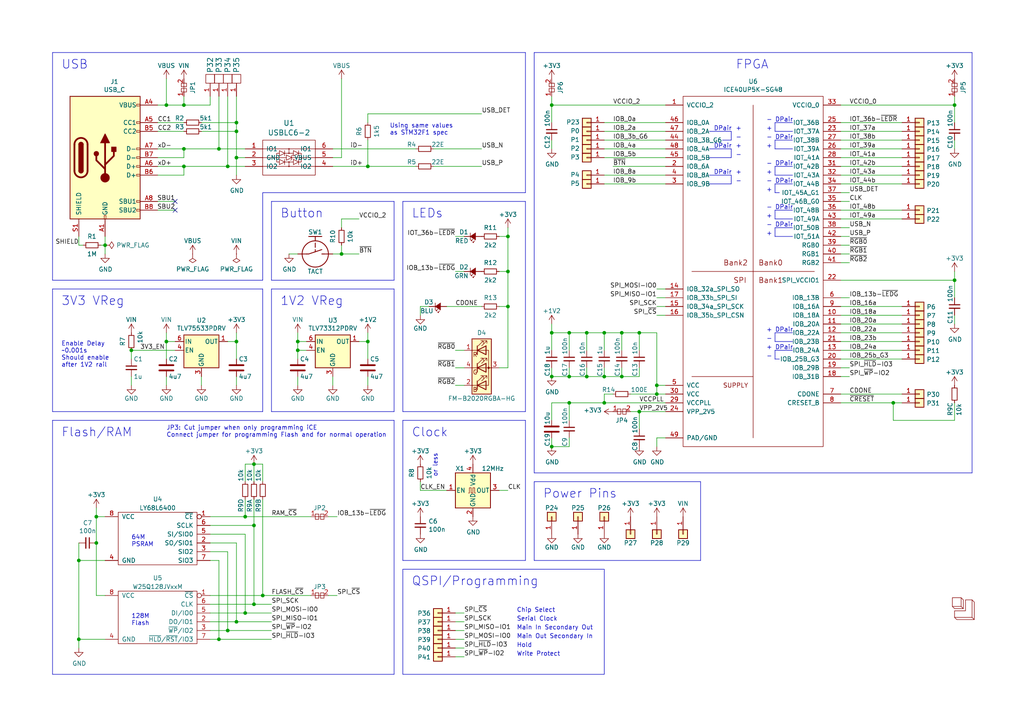
<source format=kicad_sch>
(kicad_sch (version 20230121) (generator eeschema)
  (paper "A4")
  (title_block (title "iCEBreaker Bitsy") (date "2020-08-05") (rev "v1.1a") (company "1BitSquared") (comment 1 "© 2018-2020 1BitSquared <info@1bitsquared.com>") (comment 2 "© 2018-2020 Piotr Esden-Tempski <piotr@esden.net>") (comment 3 "© 2020 Jordi Pakey-Rodriguez <jordi@0xdec.im>") (comment 4 "License: CC BY-SA 4.0"))
  (junction (at 147.32 68.58))
  (junction (at 190.5 114.3))
  (junction (at 22.86 162.56))
  (junction (at 170.18 109.22))
  (junction (at 68.58 38.1))
  (junction (at 68.58 99.06))
  (junction (at 48.26 30.48))
  (junction (at 165.1 96.52))
  (junction (at 53.34 48.26))
  (junction (at 106.68 48.26))
  (junction (at 68.58 35.56))
  (junction (at 63.5 185.42))
  (junction (at 190.5 111.76))
  (junction (at 180.34 109.22))
  (junction (at 68.58 45.72))
  (junction (at 73.66 175.26))
  (junction (at 106.68 99.06))
  (junction (at 147.32 88.9))
  (junction (at 27.94 149.86))
  (junction (at 165.1 116.84))
  (junction (at 66.04 182.88))
  (junction (at 22.86 185.42))
  (junction (at 71.12 177.8))
  (junction (at 86.36 101.6))
  (junction (at 73.66 134.62))
  (junction (at 147.32 78.74))
  (junction (at 27.94 157.48))
  (junction (at 175.26 116.84))
  (junction (at 276.86 81.28))
  (junction (at 160.02 109.22))
  (junction (at 175.26 96.52))
  (junction (at 48.26 99.06))
  (junction (at 165.1 109.22))
  (junction (at 86.36 99.06))
  (junction (at 99.06 73.66))
  (junction (at 185.42 96.52))
  (junction (at 259.08 116.84))
  (junction (at 53.34 43.18))
  (junction (at 73.66 152.4))
  (junction (at 180.34 96.52))
  (junction (at 71.12 149.86))
  (junction (at 276.86 30.48))
  (junction (at 66.04 48.26))
  (junction (at 185.42 119.38))
  (junction (at 30.48 71.12))
  (junction (at 160.02 129.54))
  (junction (at 38.1 101.6))
  (junction (at 53.34 30.48))
  (junction (at 160.02 30.48))
  (junction (at 170.18 96.52))
  (junction (at 160.02 96.52))
  (junction (at 63.5 43.18))
  (junction (at 76.2 172.72))
  (junction (at 175.26 109.22))
  (junction (at 68.58 180.34))
  (no_connect (at 50.8 60.96))
  (no_connect (at 50.8 58.42))
  (polyline (pts (xy 224.79 38.1) (xy 229.87 38.1)))
  (wire (pts (xy 66.04 27.94) (xy 66.04 48.26)))
  (wire (pts (xy 175.26 96.52) (xy 170.18 96.52)))
  (polyline (pts (xy 154.94 139.7) (xy 203.2 139.7)))
  (wire (pts (xy 86.36 101.6) (xy 86.36 99.06)))
  (polyline (pts (xy 15.24 83.82) (xy 76.2 83.82)))
  (wire (pts (xy 160.02 27.94) (xy 160.02 30.48)))
  (polyline (pts (xy 203.2 162.56) (xy 154.94 162.56)))
  (wire (pts (xy 60.96 180.34) (xy 68.58 180.34)))
  (polyline (pts (xy 224.79 53.34) (xy 224.79 55.88)))
  (wire (pts (xy 48.26 99.06) (xy 48.26 96.52)))
  (wire (pts (xy 86.36 99.06) (xy 88.9 99.06)))
  (polyline (pts (xy 114.3 58.42) (xy 78.74 58.42)))
  (wire (pts (xy 160.02 127) (xy 160.02 129.54)))
  (polyline (pts (xy 229.87 40.64) (xy 224.79 40.64)))
  (wire (pts (xy 106.68 99.06) (xy 106.68 96.52)))
  (wire (pts (xy 276.86 30.48) (xy 276.86 35.56)))
  (wire (pts (xy 170.18 96.52) (xy 165.1 96.52)))
  (wire (pts (xy 243.84 53.34) (xy 261.62 53.34)))
  (polyline (pts (xy 229.87 101.6) (xy 224.79 101.6)))
  (wire (pts (xy 125.73 43.18) (xy 139.7 43.18)))
  (wire (pts (xy 60.96 154.94) (xy 71.12 154.94)))
  (wire (pts (xy 106.68 99.06) (xy 106.68 104.14)))
  (wire (pts (xy 134.62 185.42) (xy 132.08 185.42)))
  (wire (pts (xy 106.68 111.76) (xy 106.68 109.22)))
  (wire (pts (xy 60.96 175.26) (xy 73.66 175.26)))
  (wire (pts (xy 45.72 45.72) (xy 53.34 45.72)))
  (wire (pts (xy 180.34 106.68) (xy 180.34 109.22)))
  (wire (pts (xy 68.58 27.94) (xy 68.58 35.56)))
  (wire (pts (xy 95.25 172.72) (xy 97.79 172.72)))
  (wire (pts (xy 63.5 43.18) (xy 71.12 43.18)))
  (wire (pts (xy 185.42 96.52) (xy 180.34 96.52)))
  (polyline (pts (xy 114.3 121.92) (xy 114.3 195.58)))
  (polyline (pts (xy 224.79 96.52) (xy 224.79 99.06)))
  (polyline (pts (xy 152.4 121.92) (xy 152.4 162.56)))
  (wire (pts (xy 193.04 111.76) (xy 190.5 111.76)))
  (wire (pts (xy 96.52 43.18) (xy 120.65 43.18)))
  (wire (pts (xy 27.94 149.86) (xy 27.94 157.48)))
  (wire (pts (xy 170.18 96.52) (xy 170.18 101.6)))
  (wire (pts (xy 60.96 27.94) (xy 60.96 30.48)))
  (wire (pts (xy 243.84 109.22) (xy 246.38 109.22)))
  (wire (pts (xy 193.04 88.9) (xy 190.5 88.9)))
  (wire (pts (xy 190.5 114.3) (xy 182.88 114.3)))
  (wire (pts (xy 276.86 93.98) (xy 276.86 91.44)))
  (wire (pts (xy 68.58 45.72) (xy 68.58 50.8)))
  (wire (pts (xy 243.84 38.1) (xy 261.62 38.1)))
  (wire (pts (xy 243.84 71.12) (xy 246.38 71.12)))
  (wire (pts (xy 180.34 96.52) (xy 175.26 96.52)))
  (wire (pts (xy 243.84 68.58) (xy 246.38 68.58)))
  (wire (pts (xy 68.58 180.34) (xy 78.74 180.34)))
  (wire (pts (xy 68.58 111.76) (xy 68.58 109.22)))
  (wire (pts (xy 48.26 99.06) (xy 50.8 99.06)))
  (polyline (pts (xy 224.79 63.5) (xy 229.87 63.5)))
  (wire (pts (xy 259.08 116.84) (xy 261.62 116.84)))
  (wire (pts (xy 193.04 43.18) (xy 175.26 43.18)))
  (wire (pts (xy 259.08 116.84) (xy 259.08 121.92)))
  (wire (pts (xy 180.34 96.52) (xy 180.34 101.6)))
  (polyline (pts (xy 212.09 50.8) (xy 212.09 53.34)))
  (wire (pts (xy 276.86 43.18) (xy 276.86 40.64)))
  (polyline (pts (xy 224.79 50.8) (xy 229.87 50.8)))
  (wire (pts (xy 48.26 109.22) (xy 48.26 111.76)))
  (wire (pts (xy 60.96 149.86) (xy 71.12 149.86)))
  (polyline (pts (xy 152.4 15.24) (xy 152.4 55.88)))
  (polyline (pts (xy 229.87 60.96) (xy 224.79 60.96)))
  (wire (pts (xy 243.84 116.84) (xy 259.08 116.84)))
  (wire (pts (xy 71.12 149.86) (xy 90.17 149.86)))
  (wire (pts (xy 73.66 175.26) (xy 78.74 175.26)))
  (wire (pts (xy 170.18 109.22) (xy 170.18 106.68)))
  (wire (pts (xy 95.25 149.86) (xy 97.79 149.86)))
  (wire (pts (xy 38.1 101.6) (xy 38.1 104.14)))
  (wire (pts (xy 66.04 182.88) (xy 78.74 182.88)))
  (wire (pts (xy 22.86 68.58) (xy 22.86 71.12)))
  (wire (pts (xy 53.34 45.72) (xy 53.34 43.18)))
  (wire (pts (xy 243.84 58.42) (xy 246.38 58.42)))
  (wire (pts (xy 27.94 149.86) (xy 27.94 147.32)))
  (wire (pts (xy 48.26 104.14) (xy 48.26 99.06)))
  (wire (pts (xy 60.96 30.48) (xy 53.34 30.48)))
  (polyline (pts (xy 154.94 162.56) (xy 154.94 139.7)))
  (wire (pts (xy 38.1 111.76) (xy 38.1 109.22)))
  (wire (pts (xy 243.84 81.28) (xy 276.86 81.28)))
  (wire (pts (xy 125.73 48.26) (xy 139.7 48.26)))
  (wire (pts (xy 185.42 124.46) (xy 185.42 119.38)))
  (wire (pts (xy 45.72 50.8) (xy 53.34 50.8)))
  (polyline (pts (xy 224.79 40.64) (xy 224.79 43.18)))
  (wire (pts (xy 27.94 157.48) (xy 27.94 172.72)))
  (wire (pts (xy 66.04 160.02) (xy 66.04 182.88)))
  (wire (pts (xy 73.66 134.62) (xy 76.2 134.62)))
  (wire (pts (xy 86.36 73.66) (xy 83.82 73.66)))
  (wire (pts (xy 243.84 96.52) (xy 261.62 96.52)))
  (wire (pts (xy 48.26 30.48) (xy 53.34 30.48)))
  (polyline (pts (xy 76.2 119.38) (xy 15.24 119.38)))
  (wire (pts (xy 259.08 121.92) (xy 276.86 121.92)))
  (polyline (pts (xy 205.74 38.1) (xy 212.09 38.1)))
  (wire (pts (xy 45.72 58.42) (xy 50.8 58.42)))
  (wire (pts (xy 160.02 129.54) (xy 165.1 129.54)))
  (polyline (pts (xy 224.79 48.26) (xy 224.79 50.8)))
  (polyline (pts (xy 229.87 96.52) (xy 224.79 96.52)))
  (wire (pts (xy 147.32 106.68) (xy 147.32 88.9)))
  (wire (pts (xy 165.1 109.22) (xy 170.18 109.22)))
  (wire (pts (xy 160.02 116.84) (xy 165.1 116.84)))
  (wire (pts (xy 243.84 86.36) (xy 246.38 86.36)))
  (wire (pts (xy 104.14 63.5) (xy 99.06 63.5)))
  (wire (pts (xy 175.26 116.84) (xy 165.1 116.84)))
  (wire (pts (xy 144.78 106.68) (xy 147.32 106.68)))
  (wire (pts (xy 45.72 43.18) (xy 53.34 43.18)))
  (polyline (pts (xy 114.3 119.38) (xy 78.74 119.38)))
  (wire (pts (xy 160.02 109.22) (xy 165.1 109.22)))
  (wire (pts (xy 106.68 48.26) (xy 106.68 40.64)))
  (polyline (pts (xy 15.24 121.92) (xy 114.3 121.92)))
  (wire (pts (xy 276.86 27.94) (xy 276.86 30.48)))
  (wire (pts (xy 193.04 91.44) (xy 190.5 91.44)))
  (polyline (pts (xy 212.09 43.18) (xy 212.09 45.72)))
  (wire (pts (xy 165.1 96.52) (xy 165.1 101.6)))
  (wire (pts (xy 71.12 45.72) (xy 68.58 45.72)))
  (wire (pts (xy 160.02 30.48) (xy 193.04 30.48)))
  (wire (pts (xy 185.42 96.52) (xy 185.42 101.6)))
  (wire (pts (xy 88.9 101.6) (xy 86.36 101.6)))
  (wire (pts (xy 243.84 48.26) (xy 261.62 48.26)))
  (polyline (pts (xy 175.26 195.58) (xy 175.26 165.1)))
  (wire (pts (xy 243.84 99.06) (xy 261.62 99.06)))
  (wire (pts (xy 193.04 53.34) (xy 175.26 53.34)))
  (wire (pts (xy 99.06 73.66) (xy 104.14 73.66)))
  (wire (pts (xy 30.48 149.86) (xy 27.94 149.86)))
  (wire (pts (xy 73.66 134.62) (xy 71.12 134.62)))
  (wire (pts (xy 243.84 40.64) (xy 261.62 40.64)))
  (wire (pts (xy 193.04 35.56) (xy 175.26 35.56)))
  (polyline (pts (xy 229.87 53.34) (xy 224.79 53.34)))
  (wire (pts (xy 66.04 99.06) (xy 68.58 99.06)))
  (wire (pts (xy 129.54 88.9) (xy 139.7 88.9)))
  (wire (pts (xy 132.08 111.76) (xy 134.62 111.76)))
  (wire (pts (xy 71.12 154.94) (xy 71.12 177.8)))
  (polyline (pts (xy -217.17 205.74) (xy -217.17 152.4)))
  (wire (pts (xy 134.62 68.58) (xy 132.08 68.58)))
  (polyline (pts (xy 212.09 45.72) (xy 205.74 45.72)))
  (wire (pts (xy 193.04 86.36) (xy 190.5 86.36)))
  (polyline (pts (xy 15.24 81.28) (xy 15.24 15.24)))
  (polyline (pts (xy 15.24 15.24) (xy 152.4 15.24)))
  (polyline (pts (xy 152.4 162.56) (xy 116.84 162.56)))
  (wire (pts (xy 73.66 139.7) (xy 73.66 134.62)))
  (wire (pts (xy 160.02 43.18) (xy 160.02 40.64)))
  (wire (pts (xy 144.78 68.58) (xy 147.32 68.58)))
  (wire (pts (xy 66.04 48.26) (xy 71.12 48.26)))
  (polyline (pts (xy 114.3 83.82) (xy 114.3 119.38)))
  (wire (pts (xy 30.48 162.56) (xy 22.86 162.56)))
  (wire (pts (xy 71.12 134.62) (xy 71.12 139.7)))
  (wire (pts (xy 185.42 119.38) (xy 193.04 119.38)))
  (wire (pts (xy 243.84 63.5) (xy 261.62 63.5)))
  (polyline (pts (xy 152.4 58.42) (xy 152.4 119.38)))
  (wire (pts (xy 60.96 162.56) (xy 63.5 162.56)))
  (wire (pts (xy 106.68 48.26) (xy 120.65 48.26)))
  (wire (pts (xy 29.21 71.12) (xy 30.48 71.12)))
  (wire (pts (xy 147.32 88.9) (xy 147.32 78.74)))
  (wire (pts (xy 68.58 157.48) (xy 68.58 180.34)))
  (wire (pts (xy 53.34 50.8) (xy 53.34 48.26)))
  (wire (pts (xy 132.08 180.34) (xy 134.62 180.34)))
  (wire (pts (xy 68.58 99.06) (xy 68.58 104.14)))
  (wire (pts (xy 144.78 142.24) (xy 147.32 142.24)))
  (polyline (pts (xy 154.94 15.24) (xy 281.94 15.24)))
  (wire (pts (xy 73.66 152.4) (xy 73.66 144.78)))
  (polyline (pts (xy 224.79 68.58) (xy 229.87 68.58)))
  (wire (pts (xy 276.86 121.92) (xy 276.86 116.84)))
  (polyline (pts (xy 78.74 83.82) (xy 114.3 83.82)))
  (wire (pts (xy 160.02 96.52) (xy 160.02 101.6)))
  (wire (pts (xy 76.2 172.72) (xy 90.17 172.72)))
  (polyline (pts (xy 76.2 55.88) (xy 76.2 81.28)))
  (wire (pts (xy 177.8 114.3) (xy 175.26 114.3)))
  (wire (pts (xy 45.72 60.96) (xy 50.8 60.96)))
  (polyline (pts (xy 114.3 81.28) (xy 78.74 81.28)))
  (polyline (pts (xy 224.79 35.56) (xy 224.79 38.1)))
  (wire (pts (xy 96.52 48.26) (xy 106.68 48.26)))
  (wire (pts (xy 86.36 109.22) (xy 86.36 111.76)))
  (polyline (pts (xy 175.26 195.58) (xy 116.84 195.58)))
  (wire (pts (xy 243.84 60.96) (xy 261.62 60.96)))
  (polyline (pts (xy 152.4 119.38) (xy 116.84 119.38)))
  (wire (pts (xy 243.84 76.2) (xy 246.38 76.2)))
  (wire (pts (xy 45.72 35.56) (xy 53.34 35.56)))
  (wire (pts (xy 121.92 142.24) (xy 121.92 139.7)))
  (wire (pts (xy 27.94 172.72) (xy 30.48 172.72)))
  (wire (pts (xy 193.04 127) (xy 190.5 127)))
  (wire (pts (xy 22.86 71.12) (xy 24.13 71.12)))
  (wire (pts (xy 68.58 99.06) (xy 68.58 96.52)))
  (wire (pts (xy 60.96 160.02) (xy 66.04 160.02)))
  (wire (pts (xy 124.46 88.9) (xy 121.92 88.9)))
  (wire (pts (xy 45.72 48.26) (xy 53.34 48.26)))
  (wire (pts (xy 22.86 185.42) (xy 22.86 187.96)))
  (wire (pts (xy 165.1 127) (xy 165.1 129.54)))
  (polyline (pts (xy 15.24 195.58) (xy 15.24 121.92)))
  (wire (pts (xy 58.42 35.56) (xy 68.58 35.56)))
  (wire (pts (xy 58.42 109.22) (xy 58.42 111.76)))
  (wire (pts (xy 243.84 73.66) (xy 246.38 73.66)))
  (wire (pts (xy 147.32 78.74) (xy 147.32 68.58)))
  (wire (pts (xy 147.32 68.58) (xy 147.32 66.04)))
  (wire (pts (xy 45.72 38.1) (xy 53.34 38.1)))
  (wire (pts (xy 73.66 152.4) (xy 60.96 152.4)))
  (polyline (pts (xy 114.3 81.28) (xy 114.3 58.42)))
  (wire (pts (xy 132.08 106.68) (xy 134.62 106.68)))
  (wire (pts (xy 243.84 35.56) (xy 261.62 35.56)))
  (wire (pts (xy 190.5 127) (xy 190.5 129.54)))
  (wire (pts (xy 53.34 43.18) (xy 63.5 43.18)))
  (wire (pts (xy 60.96 157.48) (xy 68.58 157.48)))
  (wire (pts (xy 243.84 55.88) (xy 246.38 55.88)))
  (wire (pts (xy 76.2 144.78) (xy 76.2 172.72)))
  (wire (pts (xy 86.36 104.14) (xy 86.36 101.6)))
  (wire (pts (xy 193.04 83.82) (xy 190.5 83.82)))
  (wire (pts (xy 106.68 33.02) (xy 139.7 33.02)))
  (wire (pts (xy 193.04 38.1) (xy 175.26 38.1)))
  (wire (pts (xy 144.78 88.9) (xy 147.32 88.9)))
  (wire (pts (xy 132.08 101.6) (xy 134.62 101.6)))
  (polyline (pts (xy 281.94 15.24) (xy 281.94 137.16)))
  (wire (pts (xy 134.62 78.74) (xy 132.08 78.74)))
  (wire (pts (xy 243.84 43.18) (xy 261.62 43.18)))
  (wire (pts (xy 22.86 162.56) (xy 22.86 185.42)))
  (wire (pts (xy 180.34 109.22) (xy 175.26 109.22)))
  (wire (pts (xy 175.26 96.52) (xy 175.26 101.6)))
  (wire (pts (xy 71.12 149.86) (xy 71.12 144.78)))
  (polyline (pts (xy 224.79 101.6) (xy 224.79 104.14)))
  (wire (pts (xy 121.92 88.9) (xy 121.92 91.44)))
  (wire (pts (xy 165.1 96.52) (xy 160.02 96.52)))
  (wire (pts (xy 182.88 119.38) (xy 185.42 119.38)))
  (polyline (pts (xy 212.09 40.64) (xy 209.55 40.64)))
  (wire (pts (xy 185.42 109.22) (xy 180.34 109.22)))
  (wire (pts (xy 276.86 81.28) (xy 276.86 78.74)))
  (polyline (pts (xy 224.79 60.96) (xy 224.79 63.5)))
  (polyline (pts (xy 152.4 55.88) (xy 76.2 55.88)))
  (wire (pts (xy 193.04 114.3) (xy 190.5 114.3)))
  (polyline (pts (xy 116.84 58.42) (xy 116.84 119.38)))
  (wire (pts (xy 193.04 40.64) (xy 175.26 40.64)))
  (wire (pts (xy 73.66 152.4) (xy 73.66 175.26)))
  (wire (pts (xy 190.5 96.52) (xy 190.5 111.76)))
  (polyline (pts (xy 78.74 119.38) (xy 78.74 83.82)))
  (polyline (pts (xy 224.79 104.14) (xy 226.06 104.14)))
  (wire (pts (xy 185.42 106.68) (xy 185.42 109.22)))
  (polyline (pts (xy 76.2 81.28) (xy 15.24 81.28)))
  (wire (pts (xy 160.02 30.48) (xy 160.02 35.56)))
  (wire (pts (xy 243.84 106.68) (xy 246.38 106.68)))
  (polyline (pts (xy 152.4 58.42) (xy 116.84 58.42)))
  (wire (pts (xy 243.84 93.98) (xy 261.62 93.98)))
  (wire (pts (xy 193.04 116.84) (xy 175.26 116.84)))
  (wire (pts (xy 30.48 71.12) (xy 30.48 73.66)))
  (wire (pts (xy 243.84 50.8) (xy 261.62 50.8)))
  (wire (pts (xy 160.02 121.92) (xy 160.02 116.84)))
  (polyline (pts (xy 175.26 165.1) (xy 116.84 165.1)))
  (wire (pts (xy 243.84 45.72) (xy 261.62 45.72)))
  (wire (pts (xy 96.52 109.22) (xy 96.52 111.76)))
  (polyline (pts (xy 224.79 43.18) (xy 229.87 43.18)))
  (wire (pts (xy 76.2 134.62) (xy 76.2 139.7)))
  (wire (pts (xy 276.86 81.28) (xy 276.86 86.36)))
  (wire (pts (xy 68.58 38.1) (xy 68.58 45.72)))
  (wire (pts (xy 68.58 35.56) (xy 68.58 38.1)))
  (wire (pts (xy 22.86 157.48) (xy 22.86 162.56)))
  (wire (pts (xy 243.84 66.04) (xy 246.38 66.04)))
  (wire (pts (xy 132.08 177.8) (xy 134.62 177.8)))
  (wire (pts (xy 243.84 101.6) (xy 261.62 101.6)))
  (polyline (pts (xy 212.09 38.1) (xy 212.09 40.64)))
  (wire (pts (xy 193.04 45.72) (xy 175.26 45.72)))
  (wire (pts (xy 53.34 48.26) (xy 66.04 48.26)))
  (wire (pts (xy 175.26 114.3) (xy 175.26 116.84)))
  (wire (pts (xy 60.96 185.42) (xy 63.5 185.42)))
  (polyline (pts (xy 224.79 99.06) (xy 229.87 99.06)))
  (wire (pts (xy 63.5 185.42) (xy 78.74 185.42)))
  (wire (pts (xy 175.26 109.22) (xy 170.18 109.22)))
  (wire (pts (xy 121.92 142.24) (xy 129.54 142.24)))
  (wire (pts (xy 243.84 30.48) (xy 276.86 30.48)))
  (wire (pts (xy 71.12 177.8) (xy 78.74 177.8)))
  (polyline (pts (xy 76.2 83.82) (xy 76.2 119.38)))
  (polyline (pts (xy 15.24 119.38) (xy 15.24 83.82)))
  (wire (pts (xy 99.06 73.66) (xy 99.06 71.12)))
  (polyline (pts (xy 154.94 137.16) (xy 154.94 15.24)))
  (wire (pts (xy 63.5 162.56) (xy 63.5 185.42)))
  (wire (pts (xy 30.48 71.12) (xy 30.48 68.58)))
  (wire (pts (xy 22.86 185.42) (xy 30.48 185.42)))
  (wire (pts (xy 60.96 177.8) (xy 71.12 177.8)))
  (wire (pts (xy 53.34 27.94) (xy 53.34 30.48)))
  (polyline (pts (xy 281.94 137.16) (xy 154.94 137.16)))
  (wire (pts (xy 160.02 106.68) (xy 160.02 109.22)))
  (wire (pts (xy 58.42 38.1) (xy 68.58 38.1)))
  (polyline (pts (xy 116.84 195.58) (xy 116.84 165.1)))
  (polyline (pts (xy 205.74 43.18) (xy 212.09 43.18)))
  (polyline (pts (xy 78.74 81.28) (xy 78.74 58.42)))
  (wire (pts (xy 86.36 99.06) (xy 86.36 96.52)))
  (polyline (pts (xy 224.79 55.88) (xy 226.06 55.88)))
  (polyline (pts (xy 229.87 66.04) (xy 224.79 66.04)))
  (wire (pts (xy 99.06 63.5) (xy 99.06 66.04)))
  (wire (pts (xy 190.5 96.52) (xy 185.42 96.52)))
  (wire (pts (xy 193.04 48.26) (xy 177.8 48.26)))
  (wire (pts (xy 45.72 30.48) (xy 48.26 30.48)))
  (wire (pts (xy 48.26 30.48) (xy 48.26 22.86)))
  (polyline (pts (xy 116.84 121.92) (xy 116.84 162.56)))
  (wire (pts (xy 132.08 187.96) (xy 134.62 187.96)))
  (wire (pts (xy 165.1 106.68) (xy 165.1 109.22)))
  (wire (pts (xy 160.02 93.98) (xy 160.02 96.52)))
  (wire (pts (xy 106.68 35.56) (xy 106.68 33.02)))
  (wire (pts (xy 175.26 106.68) (xy 175.26 109.22)))
  (wire (pts (xy 243.84 91.44) (xy 261.62 91.44)))
  (wire (pts (xy 96.52 73.66) (xy 99.06 73.66)))
  (wire (pts (xy 165.1 116.84) (xy 165.1 121.92)))
  (wire (pts (xy 63.5 27.94) (xy 63.5 43.18)))
  (wire (pts (xy 96.52 45.72) (xy 99.06 45.72)))
  (polyline (pts (xy 114.3 195.58) (xy 15.24 195.58)))
  (wire (pts (xy 134.62 182.88) (xy 132.08 182.88)))
  (wire (pts (xy 144.78 78.74) (xy 147.32 78.74)))
  (polyline (pts (xy 224.79 66.04) (xy 224.79 68.58)))
  (polyline (pts (xy 212.09 53.34) (xy 205.74 53.34)))
  (wire (pts (xy 38.1 101.6) (xy 50.8 101.6)))
  (wire (pts (xy 134.62 190.5) (xy 132.08 190.5)))
  (polyline (pts (xy 229.87 48.26) (xy 224.79 48.26)))
  (wire (pts (xy 243.84 104.14) (xy 261.62 104.14)))
  (wire (pts (xy 99.06 45.72) (xy 99.06 22.86)))
  (polyline (pts (xy 203.2 139.7) (xy 203.2 162.56)))
  (wire (pts (xy 193.04 50.8) (xy 175.26 50.8)))
  (wire (pts (xy 104.14 99.06) (xy 106.68 99.06)))
  (wire (pts (xy 190.5 111.76) (xy 190.5 114.3)))
  (wire (pts (xy 60.96 182.88) (xy 66.04 182.88)))
  (polyline (pts (xy 152.4 121.92) (xy 116.84 121.92)))
  (polyline (pts (xy 205.74 50.8) (xy 212.09 50.8)))
  (polyline (pts (xy 229.87 35.56) (xy 224.79 35.56)))
  (wire (pts (xy 243.84 88.9) (xy 261.62 88.9)))
  (wire (pts (xy 60.96 172.72) (xy 76.2 172.72)))
  (wire (pts (xy 243.84 114.3) (xy 261.62 114.3)))
  (text "DPair" (at 207.01 43.18 0) (effects (font (size 1.27 1.27)) (justify left bottom)))
  (text "Button" (at 81.28 63.5 0) (effects (font (size 2.54 2.54)) (justify left bottom)))
  (text "Hold" (at 149.86 187.96 0) (effects (font (size 1.27 1.27)) (justify left bottom)))
  (text "3V3 VReg" (at 17.78 88.9 0) (effects (font (size 2.54 2.54)) (justify left bottom)))
  (text "USB" (at 17.78 20.32 0) (effects (font (size 2.54 2.54)) (justify left bottom)))
  (text "+" (at 222.25 68.58 0) (effects (font (size 1.27 1.27)) (justify left bottom)))
  (text "-" (at 222.25 53.34 0) (effects (font (size 1.27 1.27)) (justify left bottom)))
  (text "DPair" (at 224.79 101.6 0) (effects (font (size 1.27 1.27)) (justify left bottom)))
  (text "DPair" (at 207.01 38.1 0) (effects (font (size 1.27 1.27)) (justify left bottom)))
  (text "Clock" (at 119.38 127 0) (effects (font (size 2.54 2.54)) (justify left bottom)))
  (text "Chip Select" (at 149.86 177.8 0) (effects (font (size 1.27 1.27)) (justify left bottom)))
  (text "FPGA" (at 213.36 20.32 0) (effects (font (size 2.54 2.54)) (justify left bottom)))
  (text "QSPI/Programming" (at 119.38 170.18 0) (effects (font (size 2.54 2.54)) (justify left bottom)))
  (text "-" (at 222.25 99.06 0) (effects (font (size 1.27 1.27)) (justify left bottom)))
  (text "DPair" (at 224.79 35.56 0) (effects (font (size 1.27 1.27)) (justify left bottom)))
  (text "-" (at 213.36 40.64 0) (effects (font (size 1.27 1.27)) (justify left bottom)))
  (text "Main Out Secondary In" (at 149.86 185.42 0) (effects (font (size 1.27 1.27)) (justify left bottom)))
  (text "+" (at 222.25 38.1 0) (effects (font (size 1.27 1.27)) (justify left bottom)))
  (text "DPair" (at 224.79 53.34 0) (effects (font (size 1.27 1.27)) (justify left bottom)))
  (text "Flash/RAM" (at 17.78 127 0) (effects (font (size 2.54 2.54)) (justify left bottom)))
  (text "or less" (at 127 138.43 90) (effects (font (size 1.27 1.27)) (justify left bottom)))
  (text "-" (at 222.25 48.26 0) (effects (font (size 1.27 1.27)) (justify left bottom)))
  (text "+" (at 222.25 63.5 0) (effects (font (size 1.27 1.27)) (justify left bottom)))
  (text "64M\nPSRAM" (at 38.1 158.75 0) (effects (font (size 1.27 1.27)) (justify left bottom)))
  (text "DPair" (at 224.79 60.96 0) (effects (font (size 1.27 1.27)) (justify left bottom)))
  (text "DPair" (at 224.79 66.04 0) (effects (font (size 1.27 1.27)) (justify left bottom)))
  (text "-" (at 222.25 60.96 0) (effects (font (size 1.27 1.27)) (justify left bottom)))
  (text "+" (at 213.36 38.1 0) (effects (font (size 1.27 1.27)) (justify left bottom)))
  (text "-" (at 222.25 66.04 0) (effects (font (size 1.27 1.27)) (justify left bottom)))
  (text "+" (at 222.25 55.88 0) (effects (font (size 1.27 1.27)) (justify left bottom)))
  (text "-" (at 213.36 53.34 0) (effects (font (size 1.27 1.27)) (justify left bottom)))
  (text "128M\nFlash" (at 38.1 181.61 0) (effects (font (size 1.27 1.27)) (justify left bottom)))
  (text "Serial Clock" (at 149.86 180.34 0) (effects (font (size 1.27 1.27)) (justify left bottom)))
  (text "-" (at 213.36 45.72 0) (effects (font (size 1.27 1.27)) (justify left bottom)))
  (text "+" (at 222.25 50.8 0) (effects (font (size 1.27 1.27)) (justify left bottom)))
  (text "DPair" (at 224.79 48.26 0) (effects (font (size 1.27 1.27)) (justify left bottom)))
  (text "JP3: Cut jumper when only programming iCE\nConnect jumper for programming Flash and for normal operation" (at 48.26 127 0) (effects (font (size 1.27 1.27)) (justify left bottom)))
  (text "-" (at 222.25 104.14 0) (effects (font (size 1.27 1.27)) (justify left bottom)))
  (text "Power Pins" (at 157.48 144.78 0) (effects (font (size 2.54 2.54)) (justify left bottom)))
  (text "DPair" (at 224.79 40.64 0) (effects (font (size 1.27 1.27)) (justify left bottom)))
  (text "+" (at 222.25 101.6 0) (effects (font (size 1.27 1.27)) (justify left bottom)))
  (text "1V2 VReg" (at 81.28 88.9 0) (effects (font (size 2.54 2.54)) (justify left bottom)))
  (text "Write Protect" (at 149.86 190.5 0) (effects (font (size 1.27 1.27)) (justify left bottom)))
  (text "Main In Secondary Out" (at 149.86 182.88 0) (effects (font (size 1.27 1.27)) (justify left bottom)))
  (text "+" (at 222.25 96.52 0) (effects (font (size 1.27 1.27)) (justify left bottom)))
  (text "Using same values\nas STM32F1 spec" (at 113.03 39.37 0) (effects (font (size 1.27 1.27)) (justify left bottom)))
  (text "+" (at 213.36 43.18 0) (effects (font (size 1.27 1.27)) (justify left bottom)))
  (text "LEDs" (at 119.38 63.5 0) (effects (font (size 2.54 2.54)) (justify left bottom)))
  (text "-" (at 222.25 35.56 0) (effects (font (size 1.27 1.27)) (justify left bottom)))
  (text "+" (at 213.36 50.8 0) (effects (font (size 1.27 1.27)) (justify left bottom)))
  (text "DPair" (at 224.79 96.52 0) (effects (font (size 1.27 1.27)) (justify left bottom)))
  (text "DPair" (at 207.01 50.8 0) (effects (font (size 1.27 1.27)) (justify left bottom)))
  (text "Enable Delay\n~0.001s\nShould enable\nafter 1V2 rail" (at 17.78 106.68 0) (effects (font (size 1.27 1.27)) (justify left bottom)))
  (text "-" (at 222.25 40.64 0) (effects (font (size 1.27 1.27)) (justify left bottom)))
  (text "+" (at 222.25 43.18 0) (effects (font (size 1.27 1.27)) (justify left bottom)))
  (label "~{RGB1}" (at 246.38 73.66 0))
  (label "IOB_20a" (at 246.38 93.98 0))
  (label "USB_P" (at 139.7 48.26 0))
  (label "CLK_EN" (at 121.92 142.24 0))
  (label "IOB_8a" (at 177.8 50.8 0))
  (label "SPI_~{CS}" (at 134.62 177.8 0))
  (label "VCCIO_2" (at 177.8 30.48 0))
  (label "SPI_~{WP}-IO2" (at 78.74 182.88 0))
  (label "CDONE" (at 246.38 114.3 0))
  (label "CLK" (at 246.38 58.42 0))
  (label "RAM_~{CS}" (at 78.74 149.86 0))
  (label "~{RGB0}" (at 246.38 71.12 0))
  (label "IOB_13b-~{LEDG}" (at 246.38 86.36 0))
  (label "IOB_16a" (at 246.38 88.9 0))
  (label "CDONE" (at 132.08 88.9 0))
  (label "USB_N" (at 246.38 66.04 0))
  (label "SPI_MISO-IO1" (at 78.74 180.34 0))
  (label "IOB_3b_G6" (at 177.8 40.64 0))
  (label "xD+" (at 45.72 48.26 0))
  (label "IOB_5b" (at 177.8 45.72 0))
  (label "IOB_24a" (at 246.38 101.6 0))
  (label "IOB_18a" (at 246.38 91.44 0))
  (label "IOT_36b-~{LEDR}" (at 132.08 68.58 180))
  (label "SPI_~{CS}" (at 97.79 172.72 0))
  (label "IOB_4a" (at 177.8 43.18 0))
  (label "SPI_MOSI-IO0" (at 78.74 177.8 0))
  (label "SBU2" (at 50.8 60.96 180))
  (label "VCCIO_2" (at 104.14 63.5 0))
  (label "xD-" (at 45.72 43.18 0))
  (label "IOT_49a" (at 246.38 63.5 0))
  (label "SPI_~{WP}-IO2" (at 246.38 109.22 0))
  (label "IOT_39a" (at 246.38 43.18 0))
  (label "iD+" (at 101.6 48.26 0))
  (label "IOT_48b" (at 246.38 60.96 0))
  (label "IOB_23b" (at 246.38 99.06 0))
  (label "IOT_37a" (at 246.38 38.1 0))
  (label "CLK" (at 147.32 142.24 0))
  (label "IOT_41a" (at 246.38 45.72 0))
  (label "~{CRESET}" (at 246.38 116.84 0))
  (label "~{RGB0}" (at 132.08 101.6 180))
  (label "~{RGB2}" (at 246.38 76.2 0))
  (label "IOT_36b-~{LEDR}" (at 246.38 35.56 0))
  (label "SPI_SCK" (at 190.5 88.9 180))
  (label "iD-" (at 101.6 43.18 0))
  (label "CC2" (at 45.72 38.1 0))
  (label "SPI_MOSI-IO0" (at 190.5 83.82 180))
  (label "USB_P" (at 246.38 68.58 0))
  (label "SPI_MOSI-IO0" (at 134.62 185.42 0))
  (label "IOB_13b-~{LEDG}" (at 97.79 149.86 0))
  (label "IOT_44b" (at 246.38 53.34 0))
  (label "SPI_MISO-IO1" (at 190.5 86.36 180))
  (label "SPI_~{HLD}-IO3" (at 246.38 106.68 0))
  (label "~{RGB1}" (at 132.08 106.68 180))
  (label "IOB_13b-~{LEDG}" (at 132.08 78.74 180))
  (label "IOB_9b" (at 177.8 53.34 0))
  (label "~{RGB2}" (at 132.08 111.76 180))
  (label "SPI_~{WP}-IO2" (at 134.62 190.5 0))
  (label "SBU1" (at 50.8 58.42 180))
  (label "SHIELD" (at 22.86 71.12 180))
  (label "SPI_MISO-IO1" (at 134.62 182.88 0))
  (label "IOB_25b_G3" (at 246.38 104.14 0))
  (label "SPI_SCK" (at 78.74 175.26 0))
  (label "USB_DET" (at 246.38 55.88 0))
  (label "IOB_22a" (at 246.38 96.52 0))
  (label "FLASH_~{CS}" (at 78.74 172.72 0))
  (label "IOB_0a" (at 177.8 35.56 0))
  (label "IOT_38b" (at 246.38 40.64 0))
  (label "SPI_SCK" (at 134.62 180.34 0))
  (label "CC1" (at 45.72 35.56 0))
  (label "VPP_2V5" (at 185.42 119.38 0))
  (label "IOT_42b" (at 246.38 48.26 0))
  (label "SPI_~{HLD}-IO3" (at 78.74 185.42 0))
  (label "IOB_2a" (at 177.8 38.1 0))
  (label "USB_DET" (at 139.7 33.02 0))
  (label "USB_N" (at 139.7 43.18 0))
  (label "SPI_~{HLD}-IO3" (at 134.62 187.96 0))
  (label "~{BTN}" (at 104.14 73.66 0))
  (label "IOT_43a" (at 246.38 50.8 0))
  (label "3V3_EN" (at 40.64 101.6 0))
  (label "VCCPLL" (at 185.42 116.84 0))
  (label "VCCIO_0" (at 246.38 30.48 0))
  (label "SPI_~{CS}" (at 190.5 91.44 180))
  (label "~{BTN}" (at 177.8 48.26 0))
  (symbol (lib_id "icebreaker-bitsy-rescue:ICE40UP5K-SG48-pkl_lattice") (at 218.44 78.74 0) (unit 1)
    (property "Reference" "U6" (at 218.44 23.622 0))
    (property "Value" "ICE40UP5K-SG48" (at 218.44 25.9842 0))
    (property "Footprint" "pkl_housings_dfn_qfn:QFN-48-1EP_7x7mm_Pitch0.5mm" (effects hide))
    (property "Source" "ANY" (effects hide))
    (property "Key" "ic-ice40up5k-sg48" (effects hide))
  )
  (symbol (lib_id "power:GND") (at 190.5 129.54 0) (unit 1)
    (property "Reference" "#PWR01" (effects hide))
    (property "Value" "GND" (at 190.627 134.0104 0))
  )
  (symbol (lib_id "icebreaker-bitsy-rescue:pkl_R_Small-pkl_device") (at 121.92 137.16 0) (unit 1)
    (property "Reference" "R8" (at 119.38 137.16 90))
    (property "Value" "10k" (at 124.46 137.16 90))
    (property "Footprint" "pkl_dipol:R_0402" (effects hide))
    (property "Source" "ANY" (effects hide))
    (property "Key" "res-0402-10k" (effects hide))
  )
  (symbol (lib_id "power:+3V3") (at 137.16 134.62 0) (unit 1)
    (property "Reference" "#PWR02" (effects hide))
    (property "Value" "+3V3" (at 137.16 130.81 0))
  )
  (symbol (lib_id "power:+3V3") (at 121.92 134.62 0) (unit 1)
    (property "Reference" "#PWR03" (effects hide))
    (property "Value" "+3V3" (at 121.92 130.81 0))
  )
  (symbol (lib_id "power:GND") (at 137.16 149.86 0) (unit 1)
    (property "Reference" "#PWR05" (effects hide))
    (property "Value" "GND" (at 137.287 154.3304 0))
  )
  (symbol (lib_id "icebreaker-bitsy-rescue:pkl_C_Small-pkl_device") (at 121.92 152.4 0) (unit 1)
    (property "Reference" "C6" (at 124.2568 151.2062 0) (effects (justify left)))
    (property "Value" "100n" (at 124.2568 153.5684 0) (effects (justify left)))
    (property "Footprint" "pkl_dipol:C_0402" (effects hide))
    (property "Source" "ANY" (effects hide))
    (property "Key" "cap-cer-0402-100n" (effects hide))
  )
  (symbol (lib_id "icebreaker-bitsy-rescue:pkl_R_Small-pkl_device") (at 26.67 71.12 270) (unit 1)
    (property "Reference" "R1" (at 26.67 68.58 90))
    (property "Value" "1M" (at 26.67 73.66 90))
    (property "Footprint" "pkl_dipol:R_0402" (effects hide))
    (property "Source" "ANY" (effects hide))
    (property "Key" "res-0402-1m" (effects hide))
  )
  (symbol (lib_id "power:GND") (at 30.48 73.66 0) (unit 1)
    (property "Reference" "#PWR06" (effects hide))
    (property "Value" "GND" (at 30.607 78.1304 0))
  )
  (symbol (lib_id "icebreaker-bitsy-rescue:pkl_C_Small-pkl_device") (at 185.42 104.14 0) (mirror y) (unit 1)
    (property "Reference" "C13" (at 184.15 109.22 90) (effects (justify left)))
    (property "Value" "10n" (at 184.15 102.87 90) (effects (justify left)))
    (property "Footprint" "pkl_dipol:C_0402" (effects hide))
    (property "Source" "ANY" (effects hide))
    (property "Key" "cap-cer-0402-10n" (effects hide))
  )
  (symbol (lib_id "icebreaker-bitsy-rescue:pkl_C_Small-pkl_device") (at 180.34 104.14 0) (mirror y) (unit 1)
    (property "Reference" "C14" (at 179.07 109.22 90) (effects (justify left)))
    (property "Value" "100n" (at 179.07 102.87 90) (effects (justify left)))
    (property "Footprint" "pkl_dipol:C_0402" (effects hide))
    (property "Source" "ANY" (effects hide))
    (property "Key" "cap-cer-0402-100n" (effects hide))
  )
  (symbol (lib_id "icebreaker-bitsy-rescue:pkl_C_Small-pkl_device") (at 175.26 104.14 0) (mirror y) (unit 1)
    (property "Reference" "C15" (at 173.99 109.22 90) (effects (justify left)))
    (property "Value" "1u" (at 173.99 102.87 90) (effects (justify left)))
    (property "Footprint" "pkl_dipol:C_0402" (effects hide))
    (property "Source" "ANY" (effects hide))
    (property "Key" "cap-cer-0402-1u" (effects hide))
  )
  (symbol (lib_id "icebreaker-bitsy-rescue:pkl_C-pkl_device") (at 48.26 106.68 0) (unit 1)
    (property "Reference" "C2" (at 48.895 104.14 0) (effects (justify left)))
    (property "Value" "4u7" (at 48.895 109.22 0) (effects (justify left)))
    (property "Footprint" "pkl_dipol:C_0603" (effects hide))
    (property "Source" "ANY" (effects hide))
    (property "Key" "cap-cer-0603-4u7" (effects hide))
  )
  (symbol (lib_id "power:GND") (at 48.26 111.76 0) (unit 1)
    (property "Reference" "#PWR081" (effects hide))
    (property "Value" "GND" (at 48.26 115.57 0))
  )
  (symbol (lib_id "icebreaker-bitsy-rescue:pkl_C-pkl_device") (at 68.58 106.68 0) (unit 1)
    (property "Reference" "C3" (at 69.215 104.14 0) (effects (justify left)))
    (property "Value" "4u7" (at 69.215 109.22 0) (effects (justify left)))
    (property "Footprint" "pkl_dipol:C_0603" (effects hide))
    (property "Source" "ANY" (effects hide))
    (property "Key" "cap-cer-0603-4u7" (effects hide))
  )
  (symbol (lib_id "power:GND") (at 58.42 111.76 0) (unit 1)
    (property "Reference" "#PWR082" (effects hide))
    (property "Value" "GND" (at 58.42 115.57 0))
  )
  (symbol (lib_id "power:+3V3") (at 68.58 96.52 0) (unit 1)
    (property "Reference" "#PWR084" (effects hide))
    (property "Value" "+3V3" (at 68.58 92.71 0))
  )
  (symbol (lib_id "icebreaker-bitsy-rescue:pkl_C-pkl_device") (at 86.36 106.68 0) (unit 1)
    (property "Reference" "C4" (at 86.995 104.14 0) (effects (justify left)))
    (property "Value" "4u7" (at 86.995 109.22 0) (effects (justify left)))
    (property "Footprint" "pkl_dipol:C_0603" (effects hide))
    (property "Source" "ANY" (effects hide))
    (property "Key" "cap-cer-0603-4u7" (effects hide))
  )
  (symbol (lib_id "power:GND") (at 86.36 111.76 0) (unit 1)
    (property "Reference" "#PWR085" (effects hide))
    (property "Value" "GND" (at 86.36 115.57 0))
  )
  (symbol (lib_id "icebreaker-bitsy-rescue:pkl_C-pkl_device") (at 106.68 106.68 0) (unit 1)
    (property "Reference" "C5" (at 107.315 104.14 0) (effects (justify left)))
    (property "Value" "4u7" (at 107.315 109.22 0) (effects (justify left)))
    (property "Footprint" "pkl_dipol:C_0603" (effects hide))
    (property "Source" "ANY" (effects hide))
    (property "Key" "cap-cer-0603-4u7" (effects hide))
  )
  (symbol (lib_id "power:GND") (at 96.52 111.76 0) (unit 1)
    (property "Reference" "#PWR086" (effects hide))
    (property "Value" "GND" (at 96.52 115.57 0))
  )
  (symbol (lib_id "power:+1V2") (at 106.68 96.52 0) (unit 1)
    (property "Reference" "#PWR088" (effects hide))
    (property "Value" "+1V2" (at 106.68 92.71 0))
  )
  (symbol (lib_id "icebreaker-bitsy-rescue:pkl_R_Small-pkl_device") (at 180.34 114.3 90) (unit 1)
    (property "Reference" "R14" (at 176.53 113.03 90))
    (property "Value" "100E" (at 185.42 113.03 90))
    (property "Footprint" "pkl_dipol:R_0402" (effects hide))
    (property "Source" "ANY" (effects hide))
    (property "Key" "res-0402-100" (effects hide))
  )
  (symbol (lib_id "icebreaker-bitsy-rescue:pkl_C_Small-pkl_device") (at 165.1 124.46 0) (mirror y) (unit 1)
    (property "Reference" "C9" (at 163.83 129.54 90) (effects (justify left)))
    (property "Value" "100n" (at 163.83 123.19 90) (effects (justify left)))
    (property "Footprint" "pkl_dipol:C_0402" (effects hide))
    (property "Source" "ANY" (effects hide))
    (property "Key" "cap-cer-0402-100n" (effects hide))
  )
  (symbol (lib_id "icebreaker-bitsy-rescue:pkl_C-pkl_device") (at 160.02 124.46 0) (mirror y) (unit 1)
    (property "Reference" "C19" (at 158.75 129.54 90) (effects (justify left)))
    (property "Value" "10u" (at 158.75 123.19 90) (effects (justify left)))
    (property "Footprint" "pkl_dipol:C_0603" (effects hide))
    (property "Source" "ANY" (effects hide))
    (property "Key" "cap-cer-0603-10u" (effects hide))
  )
  (symbol (lib_id "power:GND") (at 160.02 129.54 0) (unit 1)
    (property "Reference" "#PWR036" (effects hide))
    (property "Value" "GND" (at 160.147 134.0104 0))
  )
  (symbol (lib_id "icebreaker-bitsy-rescue:pkl_C_Small-pkl_device") (at 170.18 104.14 0) (mirror y) (unit 1)
    (property "Reference" "C16" (at 168.91 109.22 90) (effects (justify left)))
    (property "Value" "10n" (at 168.91 102.87 90) (effects (justify left)))
    (property "Footprint" "pkl_dipol:C_0402" (effects hide))
    (property "Source" "ANY" (effects hide))
    (property "Key" "cap-cer-0402-10n" (effects hide))
  )
  (symbol (lib_id "icebreaker-bitsy-rescue:pkl_C_Small-pkl_device") (at 165.1 104.14 0) (mirror y) (unit 1)
    (property "Reference" "C17" (at 163.83 109.22 90) (effects (justify left)))
    (property "Value" "100n" (at 163.83 102.87 90) (effects (justify left)))
    (property "Footprint" "pkl_dipol:C_0402" (effects hide))
    (property "Source" "ANY" (effects hide))
    (property "Key" "cap-cer-0402-100n" (effects hide))
  )
  (symbol (lib_id "icebreaker-bitsy-rescue:pkl_C_Small-pkl_device") (at 160.02 104.14 0) (mirror y) (unit 1)
    (property "Reference" "C18" (at 158.75 109.22 90) (effects (justify left)))
    (property "Value" "1u" (at 158.75 102.87 90) (effects (justify left)))
    (property "Footprint" "pkl_dipol:C_0402" (effects hide))
    (property "Source" "ANY" (effects hide))
    (property "Key" "cap-cer-0402-1u" (effects hide))
  )
  (symbol (lib_id "power:GND") (at 160.02 109.22 0) (unit 1)
    (property "Reference" "#PWR038" (effects hide))
    (property "Value" "GND" (at 160.147 113.6904 0))
  )
  (symbol (lib_id "power:+1V2") (at 160.02 93.98 0) (unit 1)
    (property "Reference" "#PWR039" (effects hide))
    (property "Value" "+1V2" (at 160.02 90.17 0))
  )
  (symbol (lib_id "icebreaker-bitsy-rescue:pkl_R_Small-pkl_device") (at 38.1 99.06 0) (unit 1)
    (property "Reference" "R7" (at 35.56 99.06 90))
    (property "Value" "10k" (at 40.64 97.79 90))
    (property "Footprint" "pkl_dipol:R_0402" (effects hide))
    (property "Source" "ANY" (effects hide))
    (property "Key" "res-0402-10k" (effects hide))
  )
  (symbol (lib_id "icebreaker-bitsy-rescue:pkl_C_Small-pkl_device") (at 38.1 106.68 0) (mirror y) (unit 1)
    (property "Reference" "C1" (at 38.735 104.14 0) (effects (justify right)))
    (property "Value" "1u" (at 38.735 109.22 0) (effects (justify right)))
    (property "Footprint" "pkl_dipol:C_0402" (effects hide))
    (property "Source" "ANY" (effects hide))
    (property "Key" "cap-cer-0402-1u" (effects hide))
  )
  (symbol (lib_id "icebreaker-bitsy-rescue:W25Q-pkl_memory") (at 45.72 177.8 0) (mirror y) (unit 1)
    (property "Reference" "U5" (at 45.72 167.64 0))
    (property "Value" "W25Q128JVxxM" (at 45.72 170.18 0))
    (property "Footprint" "Package_SON:WSON-8-1EP_6x5mm_P1.27mm_EP3.4x4.3mm" (effects hide))
    (property "Source" "ANY" (effects hide))
    (property "Key" "eeprom-wson8-w25q128" (effects hide))
  )
  (symbol (lib_id "power:+3V3") (at 27.94 147.32 0) (unit 1)
    (property "Reference" "#PWR040" (effects hide))
    (property "Value" "+3V3" (at 27.94 143.51 0))
  )
  (symbol (lib_id "power:GND") (at 22.86 187.96 0) (unit 1)
    (property "Reference" "#PWR041" (effects hide))
    (property "Value" "GND" (at 22.987 192.4304 0))
  )
  (symbol (lib_id "icebreaker-bitsy-rescue:pkl_jumper_nc-pkl_misc") (at 92.71 172.72 0) (unit 1)
    (property "Reference" "JP3" (at 92.71 170.18 0))
    (property "Value" "Jumper" (effects hide))
    (property "Footprint" "pkl_jumpers:J_NC_0402_15" (effects hide))
    (property "Source" "ANY" (effects hide))
  )
  (symbol (lib_id "icebreaker-bitsy-rescue:pkl_R_Small-pkl_device") (at 106.68 38.1 0) (unit 1)
    (property "Reference" "R6" (at 104.14 38.1 90))
    (property "Value" "1k5" (at 109.22 38.1 90))
    (property "Footprint" "pkl_dipol:R_0402" (effects hide))
    (property "Key" "res-0402-1k5" (effects hide))
    (property "Source" "ANY" (effects hide))
  )
  (symbol (lib_id "icebreaker-bitsy-rescue:pkl_R4_Small-pkl_device") (at 73.66 142.24 0) (unit 1)
    (property "Reference" "R9" (at 72.39 148.59 90) (effects (justify left)))
    (property "Value" "10k" (at 72.39 139.7 90) (effects (justify left)))
    (property "Footprint" "pkl_dipol:R_Array_Convex_4x0402" (effects hide))
    (property "Source" "ANY" (effects hide))
    (property "Key" "res-0402cv-array-4-10k" (effects hide))
  )
  (symbol (lib_id "icebreaker-bitsy-rescue:pkl_R4_Small-pkl_device") (at 76.2 142.24 0) (unit 2)
    (property "Reference" "R9" (at 74.93 148.59 90) (effects (justify left)))
    (property "Value" "10k" (at 74.93 139.7 90) (effects (justify left)))
    (property "Footprint" "pkl_dipol:R_Array_Convex_4x0402" (effects hide))
    (property "Source" "ANY" (effects hide))
    (property "Key" "res-0402cv-array-4-10k" (effects hide))
  )
  (symbol (lib_id "icebreaker-bitsy-rescue:pkl_R4_Small-pkl_device") (at 276.86 114.3 180) (unit 3)
    (property "Reference" "R9" (at 275.59 120.65 90) (effects (justify right)))
    (property "Value" "10k" (at 278.13 120.65 90) (effects (justify right)))
    (property "Footprint" "pkl_dipol:R_Array_Convex_4x0402" (effects hide))
    (property "Source" "ANY" (effects hide))
    (property "Key" "res-0402cv-array-4-10k" (effects hide))
  )
  (symbol (lib_id "icebreaker-bitsy-rescue:pkl_R4_Small-pkl_device") (at 71.12 142.24 180) (unit 4)
    (property "Reference" "R9" (at 69.85 148.59 90) (effects (justify right)))
    (property "Value" "10k" (at 69.85 139.7 90) (effects (justify right)))
    (property "Footprint" "pkl_dipol:R_Array_Convex_4x0402" (effects hide))
    (property "Source" "ANY" (effects hide))
    (property "Key" "res-0402cv-array-4-10k" (effects hide))
  )
  (symbol (lib_id "icebreaker-bitsy-rescue:pkl_R_Small-pkl_device") (at 123.19 43.18 270) (unit 1)
    (property "Reference" "R4" (at 119.38 41.91 90))
    (property "Value" "22E" (at 127 41.91 90))
    (property "Footprint" "pkl_dipol:R_0402" (effects hide))
    (property "Key" "res-0402-22" (effects hide))
    (property "Source" "ANY" (effects hide))
  )
  (symbol (lib_id "icebreaker-bitsy-rescue:pkl_R_Small-pkl_device") (at 123.19 48.26 270) (unit 1)
    (property "Reference" "R5" (at 119.38 46.99 90))
    (property "Value" "22E" (at 127 46.99 90))
    (property "Footprint" "pkl_dipol:R_0402" (effects hide))
    (property "Key" "res-0402-22" (effects hide))
    (property "Source" "ANY" (effects hide))
  )
  (symbol (lib_id "Connector_Generic:Conn_01x01") (at 266.7 114.3 0) (unit 1)
    (property "Reference" "P30" (at 268.732 114.427 0) (effects (justify left)))
    (property "Value" "CDONE" (effects hide))
    (property "Footprint" "pkl_pin_headers:Pin_Header_Straight_Round_1x01_Castellated" (effects hide))
    (property "Source" "ANY" (effects hide))
  )
  (symbol (lib_id "Connector_Generic:Conn_01x01") (at 266.7 116.84 0) (unit 1)
    (property "Reference" "P31" (at 268.732 116.967 0) (effects (justify left)))
    (property "Value" "CRESET" (effects hide))
    (property "Footprint" "pkl_pin_headers:Pin_Header_Straight_Round_1x01_Castellated" (effects hide))
    (property "Source" "ANY" (effects hide))
  )
  (symbol (lib_id "Connector_Generic:Conn_01x01") (at 170.18 38.1 180) (unit 1)
    (property "Reference" "P0" (at 168.148 37.973 0) (effects (justify left)))
    (property "Value" "0" (effects hide))
    (property "Footprint" "pkl_pin_headers:Pin_Header_Straight_Round_1x01_Castellated" (effects hide))
    (property "Source" "ANY" (effects hide))
  )
  (symbol (lib_id "Connector_Generic:Conn_01x01") (at 170.18 43.18 180) (unit 1)
    (property "Reference" "P2" (at 168.148 43.053 0) (effects (justify left)))
    (property "Value" "2" (effects hide))
    (property "Footprint" "pkl_pin_headers:Pin_Header_Straight_Round_1x01_Castellated" (effects hide))
    (property "Source" "ANY" (effects hide))
  )
  (symbol (lib_id "Connector_Generic:Conn_01x01") (at 170.18 40.64 180) (unit 1)
    (property "Reference" "P1" (at 168.148 40.513 0) (effects (justify left)))
    (property "Value" "1" (effects hide))
    (property "Footprint" "pkl_pin_headers:Pin_Header_Straight_Round_1x01_Castellated" (effects hide))
    (property "Source" "ANY" (effects hide))
  )
  (symbol (lib_id "Connector_Generic:Conn_01x01") (at 170.18 50.8 180) (unit 1)
    (property "Reference" "P4" (at 168.148 50.673 0) (effects (justify left)))
    (property "Value" "4" (effects hide))
    (property "Footprint" "pkl_pin_headers:Pin_Header_Straight_Round_1x01_Castellated" (effects hide))
    (property "Source" "ANY" (effects hide))
  )
  (symbol (lib_id "Connector_Generic:Conn_01x01") (at 170.18 45.72 180) (unit 1)
    (property "Reference" "P3" (at 168.148 45.593 0) (effects (justify left)))
    (property "Value" "3" (effects hide))
    (property "Footprint" "pkl_pin_headers:Pin_Header_Straight_Round_1x01_Castellated" (effects hide))
    (property "Source" "ANY" (effects hide))
  )
  (symbol (lib_id "Connector_Generic:Conn_01x01") (at 170.18 53.34 180) (unit 1)
    (property "Reference" "P5" (at 168.148 53.213 0) (effects (justify left)))
    (property "Value" "5" (effects hide))
    (property "Footprint" "pkl_pin_headers:Pin_Header_Straight_Round_1x01_Castellated" (effects hide))
    (property "Source" "ANY" (effects hide))
  )
  (symbol (lib_id "Connector_Generic:Conn_01x01") (at 266.7 91.44 0) (unit 1)
    (property "Reference" "P7" (at 268.732 91.567 0) (effects (justify left)))
    (property "Value" "7" (effects hide))
    (property "Footprint" "pkl_pin_headers:Pin_Header_Straight_Round_1x01_Castellated" (effects hide))
    (property "Source" "ANY" (effects hide))
  )
  (symbol (lib_id "Connector_Generic:Conn_01x01") (at 266.7 88.9 0) (unit 1)
    (property "Reference" "P6" (at 268.732 89.027 0) (effects (justify left)))
    (property "Value" "6" (effects hide))
    (property "Footprint" "pkl_pin_headers:Pin_Header_Straight_Round_1x01_Castellated" (effects hide))
    (property "Source" "ANY" (effects hide))
  )
  (symbol (lib_id "Connector_Generic:Conn_01x01") (at 266.7 43.18 0) (unit 1)
    (property "Reference" "P16" (at 268.732 43.307 0) (effects (justify left)))
    (property "Value" "16" (effects hide))
    (property "Footprint" "pkl_pin_headers:Pin_Header_Straight_Round_1x01_Castellated" (effects hide))
    (property "Source" "ANY" (effects hide))
  )
  (symbol (lib_id "Connector_Generic:Conn_01x01") (at 266.7 40.64 0) (unit 1)
    (property "Reference" "P15" (at 268.732 40.767 0) (effects (justify left)))
    (property "Value" "15" (effects hide))
    (property "Footprint" "pkl_pin_headers:Pin_Header_Straight_Round_1x01_Castellated" (effects hide))
    (property "Source" "ANY" (effects hide))
  )
  (symbol (lib_id "Connector_Generic:Conn_01x01") (at 266.7 48.26 0) (unit 1)
    (property "Reference" "P18" (at 268.732 48.387 0) (effects (justify left)))
    (property "Value" "18" (effects hide))
    (property "Footprint" "pkl_pin_headers:Pin_Header_Straight_Round_1x01_Castellated" (effects hide))
    (property "Source" "ANY" (effects hide))
  )
  (symbol (lib_id "Connector_Generic:Conn_01x01") (at 266.7 45.72 0) (unit 1)
    (property "Reference" "P17" (at 268.732 45.847 0) (effects (justify left)))
    (property "Value" "17" (effects hide))
    (property "Footprint" "pkl_pin_headers:Pin_Header_Straight_Round_1x01_Castellated" (effects hide))
    (property "Source" "ANY" (effects hide))
  )
  (symbol (lib_id "Connector_Generic:Conn_01x01") (at 266.7 50.8 0) (unit 1)
    (property "Reference" "P19" (at 268.732 50.927 0) (effects (justify left)))
    (property "Value" "19" (effects hide))
    (property "Footprint" "pkl_pin_headers:Pin_Header_Straight_Round_1x01_Castellated" (effects hide))
    (property "Source" "ANY" (effects hide))
  )
  (symbol (lib_id "Connector_Generic:Conn_01x01") (at 266.7 53.34 0) (unit 1)
    (property "Reference" "P20" (at 268.732 53.467 0) (effects (justify left)))
    (property "Value" "20" (effects hide))
    (property "Footprint" "pkl_pin_headers:Pin_Header_Straight_Round_1x01_Castellated" (effects hide))
    (property "Source" "ANY" (effects hide))
  )
  (symbol (lib_id "Connector_Generic:Conn_01x01") (at 266.7 60.96 0) (unit 1)
    (property "Reference" "P21" (at 268.732 61.087 0) (effects (justify left)))
    (property "Value" "21" (effects hide))
    (property "Footprint" "pkl_pin_headers:Pin_Header_Straight_Round_1x01_Castellated" (effects hide))
    (property "Source" "ANY" (effects hide))
  )
  (symbol (lib_id "Connector_Generic:Conn_01x01") (at 170.18 35.56 180) (unit 1)
    (property "Reference" "P23" (at 168.148 35.433 0) (effects (justify left)))
    (property "Value" "23" (effects hide))
    (property "Footprint" "pkl_pin_headers:Pin_Header_Straight_Round_1x01_Castellated" (effects hide))
    (property "Source" "ANY" (effects hide))
  )
  (symbol (lib_id "Connector_Generic:Conn_01x01") (at 266.7 63.5 0) (unit 1)
    (property "Reference" "P22" (at 268.732 63.627 0) (effects (justify left)))
    (property "Value" "22" (effects hide))
    (property "Footprint" "pkl_pin_headers:Pin_Header_Straight_Round_1x01_Castellated" (effects hide))
    (property "Source" "ANY" (effects hide))
  )
  (symbol (lib_id "Connector_Generic:Conn_01x01") (at 266.7 93.98 0) (unit 1)
    (property "Reference" "P8" (at 268.732 94.107 0) (effects (justify left)))
    (property "Value" "8" (effects hide))
    (property "Footprint" "pkl_pin_headers:Pin_Header_Straight_Round_1x01_Castellated" (effects hide))
    (property "Source" "ANY" (effects hide))
  )
  (symbol (lib_id "Connector_Generic:Conn_01x01") (at 266.7 96.52 0) (unit 1)
    (property "Reference" "P9" (at 268.732 96.647 0) (effects (justify left)))
    (property "Value" "9" (effects hide))
    (property "Footprint" "pkl_pin_headers:Pin_Header_Straight_Round_1x01_Castellated" (effects hide))
    (property "Source" "ANY" (effects hide))
  )
  (symbol (lib_id "Connector_Generic:Conn_01x01") (at 266.7 38.1 0) (unit 1)
    (property "Reference" "P14" (at 268.732 38.227 0) (effects (justify left)))
    (property "Value" "14" (effects hide))
    (property "Footprint" "pkl_pin_headers:Pin_Header_Straight_Round_1x01_Castellated" (effects hide))
    (property "Source" "ANY" (effects hide))
  )
  (symbol (lib_id "Connector_Generic:Conn_01x01") (at 266.7 104.14 0) (unit 1)
    (property "Reference" "P12" (at 268.732 104.267 0) (effects (justify left)))
    (property "Value" "12" (effects hide))
    (property "Footprint" "pkl_pin_headers:Pin_Header_Straight_Round_1x01_Castellated" (effects hide))
    (property "Source" "ANY" (effects hide))
  )
  (symbol (lib_id "Connector_Generic:Conn_01x01") (at 266.7 101.6 0) (unit 1)
    (property "Reference" "P11" (at 268.732 101.727 0) (effects (justify left)))
    (property "Value" "11" (effects hide))
    (property "Footprint" "pkl_pin_headers:Pin_Header_Straight_Round_1x01_Castellated" (effects hide))
    (property "Source" "ANY" (effects hide))
  )
  (symbol (lib_id "Connector_Generic:Conn_01x01") (at 266.7 99.06 0) (unit 1)
    (property "Reference" "P10" (at 268.732 99.187 0) (effects (justify left)))
    (property "Value" "10" (effects hide))
    (property "Footprint" "pkl_pin_headers:Pin_Header_Straight_Round_1x01_Castellated" (effects hide))
    (property "Source" "ANY" (effects hide))
  )
  (symbol (lib_id "icebreaker-bitsy-rescue:pkl_jumper_nc-pkl_misc") (at 160.02 25.4 90) (unit 1)
    (property "Reference" "JP6" (at 162.56 25.4 0))
    (property "Value" "Jumper" (effects hide))
    (property "Footprint" "pkl_jumpers:J_NC_0603_30" (effects hide))
    (property "Source" "ANY" (effects hide))
  )
  (symbol (lib_id "power:+3V3") (at 160.02 22.86 0) (unit 1)
    (property "Reference" "#PWR043" (effects hide))
    (property "Value" "+3V3" (at 160.02 19.05 0))
  )
  (symbol (lib_id "power:GND") (at 276.86 43.18 0) (unit 1)
    (property "Reference" "#PWR045" (effects hide))
    (property "Value" "GND" (at 276.987 47.6504 0))
  )
  (symbol (lib_id "power:+3V3") (at 276.86 22.86 0) (unit 1)
    (property "Reference" "#PWR046" (effects hide))
    (property "Value" "+3V3" (at 276.86 19.05 0))
  )
  (symbol (lib_id "Connector_Generic:Conn_01x01") (at 182.88 154.94 270) (unit 1)
    (property "Reference" "P27" (at 182.88 157.48 90))
    (property "Value" "3V3" (effects hide))
    (property "Footprint" "pkl_pin_headers:Pin_Header_Straight_Round_1x01_Castellated" (effects hide))
    (property "Source" "ANY" (effects hide))
  )
  (symbol (lib_id "Connector_Generic:Conn_01x01") (at 190.5 154.94 270) (unit 1)
    (property "Reference" "P28" (at 190.5 157.48 90))
    (property "Value" "3V3" (effects hide))
    (property "Footprint" "pkl_pin_headers:Pin_Header_Straight_Round_1x01_Castellated" (effects hide))
    (property "Source" "ANY" (effects hide))
  )
  (symbol (lib_id "icebreaker-bitsy-rescue:pkl_jumper_nc-pkl_misc") (at 276.86 25.4 90) (unit 1)
    (property "Reference" "JP5" (at 279.4 25.4 0))
    (property "Value" "Jumper" (effects hide))
    (property "Footprint" "pkl_jumpers:J_NC_0603_30" (effects hide))
    (property "Source" "ANY" (effects hide))
  )
  (symbol (lib_id "power:+3V3") (at 182.88 149.86 0) (unit 1)
    (property "Reference" "#PWR04" (effects hide))
    (property "Value" "+3V3" (at 182.88 146.05 0))
  )
  (symbol (lib_id "Connector_Generic:Conn_01x01") (at 198.12 154.94 270) (unit 1)
    (property "Reference" "P29" (at 198.12 157.48 90))
    (property "Value" "VIN" (effects hide))
    (property "Footprint" "pkl_pin_headers:Pin_Header_Straight_Round_1x01_Castellated" (effects hide))
    (property "Source" "ANY" (effects hide))
  )
  (symbol (lib_id "Connector_Generic:Conn_01x01") (at 160.02 149.86 90) (unit 1)
    (property "Reference" "P24" (at 160.02 147.32 90))
    (property "Value" "GND" (effects hide))
    (property "Footprint" "pkl_pin_headers:Pin_Header_Straight_Round_1x01_Castellated" (effects hide))
    (property "Source" "ANY" (effects hide))
  )
  (symbol (lib_id "Connector_Generic:Conn_01x01") (at 167.64 149.86 90) (unit 1)
    (property "Reference" "P25" (at 167.64 147.32 90))
    (property "Value" "GND" (effects hide))
    (property "Footprint" "pkl_pin_headers:Pin_Header_Straight_Round_1x01_Castellated" (effects hide))
    (property "Source" "ANY" (effects hide))
  )
  (symbol (lib_id "Connector_Generic:Conn_01x01") (at 175.26 149.86 90) (unit 1)
    (property "Reference" "P26" (at 175.26 147.32 90))
    (property "Value" "GND" (effects hide))
    (property "Footprint" "pkl_pin_headers:Pin_Header_Straight_Round_1x01_Castellated" (effects hide))
    (property "Source" "ANY" (effects hide))
  )
  (symbol (lib_id "power:GND") (at 160.02 154.94 0) (unit 1)
    (property "Reference" "#PWR07" (effects hide))
    (property "Value" "GND" (at 160.02 158.75 0))
  )
  (symbol (lib_id "icebreaker-bitsy-rescue:USBLC6-2-pkl_misc") (at 83.82 45.72 0) (unit 1)
    (property "Reference" "U1" (at 83.82 35.687 0) (effects (font (size 1.524 1.524))))
    (property "Value" "USBLC6-2" (at 83.82 38.481 0) (effects (font (size 1.524 1.524))))
    (property "Footprint" "pkl_housings_sot:SOT-666" (effects hide))
    (property "Key" "tvs-diode-sot666" (effects hide))
    (property "Source" "ANY" (effects hide))
  )
  (symbol (lib_id "icebreaker-bitsy-rescue:pkl_jumper_nc-pkl_misc") (at 53.34 25.4 90) (unit 1)
    (property "Reference" "JP1" (at 55.88 25.4 0))
    (property "Value" "Jumper" (effects hide))
    (property "Footprint" "pkl_jumpers:J_NC_0603_40" (effects hide))
    (property "Source" "ANY" (effects hide))
  )
  (symbol (lib_id "power:GND") (at 121.92 154.94 0) (unit 1)
    (property "Reference" "#PWR0101" (effects hide))
    (property "Value" "GND" (at 122.047 159.4104 0))
  )
  (symbol (lib_id "icebreaker-bitsy-rescue:pkl_Led_Small-pkl_device") (at 137.16 78.74 180) (unit 1)
    (property "Reference" "D2" (at 135.89 77.47 0) (effects (justify left)))
    (property "Value" "GRN" (at 135.89 80.01 0) (effects (justify left)))
    (property "Footprint" "pkl_dipol:D_0603" (effects hide))
    (property "Source" "ANY" (effects hide))
    (property "Key" "led-0603-grn" (effects hide))
  )
  (symbol (lib_id "icebreaker-bitsy-rescue:pkl_Led_Small-pkl_device") (at 137.16 68.58 180) (unit 1)
    (property "Reference" "D1" (at 135.89 67.31 0) (effects (justify left)))
    (property "Value" "RED" (at 135.89 69.85 0) (effects (justify left)))
    (property "Footprint" "pkl_dipol:D_0603" (effects hide))
    (property "Source" "ANY" (effects hide))
    (property "Key" "led-0603-red" (effects hide))
  )
  (symbol (lib_id "icebreaker-bitsy-rescue:pkl_R_Small-pkl_device") (at 142.24 78.74 90) (unit 1)
    (property "Reference" "R12" (at 142.24 76.2 90))
    (property "Value" "2k2" (at 142.24 81.28 90))
    (property "Footprint" "pkl_dipol:R_0402" (effects hide))
    (property "Source" "ANY" (effects hide))
    (property "Key" "res-0402-2k2" (effects hide))
  )
  (symbol (lib_id "icebreaker-bitsy-rescue:pkl_R_Small-pkl_device") (at 142.24 68.58 90) (unit 1)
    (property "Reference" "R11" (at 142.24 66.04 90))
    (property "Value" "2k2" (at 142.24 71.12 90))
    (property "Footprint" "pkl_dipol:R_0402" (effects hide))
    (property "Source" "ANY" (effects hide))
    (property "Key" "res-0402-2k2" (effects hide))
  )
  (symbol (lib_id "icebreaker-bitsy-rescue:pkl_C_Small-pkl_device") (at 185.42 127 0) (mirror y) (unit 1)
    (property "Reference" "C8" (at 184.15 130.81 90) (effects (justify left)))
    (property "Value" "100n" (at 184.15 125.73 90) (effects (justify left)))
    (property "Footprint" "pkl_dipol:C_0402" (effects hide))
    (property "Key" "cap-cer-0402-100n" (effects hide))
    (property "Source" "ANY" (effects hide))
  )
  (symbol (lib_id "power:GND") (at 185.42 129.54 0) (unit 1)
    (property "Reference" "#PWR092" (effects hide))
    (property "Value" "GND" (at 185.547 134.0104 0))
  )
  (symbol (lib_id "icebreaker-bitsy-rescue:TACT-pkl_misc") (at 91.44 73.66 0) (unit 1)
    (property "Reference" "SW1" (at 91.44 67.31 0))
    (property "Value" "TACT" (at 91.44 78.74 0))
    (property "Footprint" "pkl_buttons_switches:SW_SPST_3x4x2.5" (effects hide))
    (property "Key" "sw-tact-top-4.2-2.8" (effects hide))
  )
  (symbol (lib_id "icebreaker-bitsy-rescue:pkl_R_Small-pkl_device") (at 99.06 68.58 180) (unit 1)
    (property "Reference" "R10" (at 96.52 68.58 90))
    (property "Value" "10k" (at 101.6 68.58 90))
    (property "Footprint" "pkl_dipol:R_0402" (effects hide))
    (property "Source" "ANY" (effects hide))
    (property "Key" "res-0402-10k" (effects hide))
  )
  (symbol (lib_id "icebreaker-bitsy-rescue:PAD_SMD-pkl_misc") (at 60.96 22.86 90) (unit 1)
    (property "Reference" "P32" (at 60.96 16.51 0) (effects (font (size 1.524 1.524)) (justify right)))
    (property "Value" "UP" (effects hide))
    (property "Footprint" "pkl_pads:PAD_SMD_1x2.65_ROUNDED" (effects hide))
    (property "Source" "ANY" (effects hide))
  )
  (symbol (lib_id "icebreaker-bitsy-rescue:PAD_SMD-pkl_misc") (at 63.5 22.86 90) (unit 1)
    (property "Reference" "P33" (at 63.5 16.51 0) (effects (font (size 1.524 1.524)) (justify right)))
    (property "Value" "UP" (effects hide))
    (property "Footprint" "pkl_pads:PAD_SMD_1x2.65_ROUNDED" (effects hide))
    (property "Source" "ANY" (effects hide))
  )
  (symbol (lib_id "icebreaker-bitsy-rescue:PAD_SMD-pkl_misc") (at 66.04 22.86 90) (unit 1)
    (property "Reference" "P34" (at 66.04 16.51 0) (effects (font (size 1.524 1.524)) (justify right)))
    (property "Value" "UP" (effects hide))
    (property "Footprint" "pkl_pads:PAD_SMD_1x2.65_ROUNDED" (effects hide))
    (property "Source" "ANY" (effects hide))
  )
  (symbol (lib_id "icebreaker-bitsy-rescue:PAD_SMD-pkl_misc") (at 68.58 22.86 90) (unit 1)
    (property "Reference" "P35" (at 68.58 16.51 0) (effects (font (size 1.524 1.524)) (justify right)))
    (property "Value" "UP" (effects hide))
    (property "Footprint" "pkl_pads:PAD_SMD_1x2.65_ROUNDED" (effects hide))
    (property "Source" "ANY" (effects hide))
  )
  (symbol (lib_id "icebreaker-bitsy-rescue:pkl_Led_Small-pkl_device") (at 127 88.9 180) (unit 1)
    (property "Reference" "D3" (at 125.73 87.63 0) (effects (justify left)))
    (property "Value" "BLU" (at 125.73 90.17 0) (effects (justify left)))
    (property "Footprint" "pkl_dipol:D_0603" (effects hide))
    (property "Source" "ANY" (effects hide))
    (property "Key" "led-0603-blu" (effects hide))
  )
  (symbol (lib_id "power:GND") (at 121.92 91.44 0) (unit 1)
    (property "Reference" "#PWR077" (effects hide))
    (property "Value" "GND" (at 121.92 95.25 0))
  )
  (symbol (lib_id "icebreaker-bitsy-rescue:pkl_R_Small-pkl_device") (at 142.24 88.9 90) (unit 1)
    (property "Reference" "R13" (at 142.24 86.36 90))
    (property "Value" "2k2" (at 142.24 91.44 90))
    (property "Footprint" "pkl_dipol:R_0402" (effects hide))
    (property "Source" "ANY" (effects hide))
    (property "Key" "res-0402-2k2" (effects hide))
  )
  (symbol (lib_id "icebreaker-bitsy-rescue:VTI7064-pkl_memory") (at 45.72 154.94 0) (mirror y) (unit 1)
    (property "Reference" "U4" (at 45.72 144.78 0))
    (property "Value" "LY68L6400" (at 45.72 147.32 0))
    (property "Footprint" "Package_SO:SOIC-8_3.9x4.9mm_P1.27mm" (effects hide))
    (property "Description" "64Mb (8M x 8)" (effects hide))
    (property "Key" "psram-so8-ly68l6400" (effects hide))
  )
  (symbol (lib_id "icebreaker-bitsy-rescue:USB_C_Receptacle_USB2.0-Connector") (at 30.48 45.72 0) (unit 1)
    (property "Reference" "J1" (at 33.1978 23.6982 0))
    (property "Value" "USB_C" (at 33.1978 26.0096 0))
    (property "Footprint" "pkl_connectors:USB_C_Receptacle_HRO_TYPE-C-31-M-12" (effects hide))
    (property "Datasheet" "https://www.usb.org/sites/default/files/documents/usb_type-c.zip" (effects hide))
    (property "Key" "conn-smd-usb-c-2" (effects hide))
  )
  (symbol (lib_id "icebreaker-bitsy-rescue:pkl_R_Small-pkl_device") (at 55.88 38.1 270) (unit 1)
    (property "Reference" "R3" (at 52.07 36.83 90))
    (property "Value" "5k1" (at 59.69 36.83 90))
    (property "Footprint" "pkl_dipol:R_0402" (effects hide))
    (property "Source" "ANY" (effects hide))
    (property "Key" "res-0402-5k1" (effects hide))
  )
  (symbol (lib_id "Connector_Generic:Conn_01x01") (at 266.7 35.56 0) (unit 1)
    (property "Reference" "P13" (at 268.732 35.687 0) (effects (justify left)))
    (property "Value" "13" (effects hide))
    (property "Footprint" "pkl_pin_headers:Pin_Header_Straight_Round_1x01_Castellated" (effects hide))
    (property "Source" "ANY" (effects hide))
  )
  (symbol (lib_id "icebreaker-bitsy-rescue:pkl_jumper_nc-pkl_misc") (at 180.34 119.38 0) (unit 1)
    (property "Reference" "JP4" (at 180.34 121.92 0))
    (property "Value" "Jumper" (effects hide))
    (property "Footprint" "pkl_jumpers:J_NC_0402_30" (effects hide))
    (property "Source" "ANY" (effects hide))
  )
  (symbol (lib_id "Oscillator:ASE-xxxMHz") (at 137.16 142.24 0) (unit 1)
    (property "Reference" "X1" (at 132.08 135.89 0) (effects (justify left)))
    (property "Value" "12MHz" (at 139.7 135.89 0) (effects (justify left)))
    (property "Footprint" "pkl_misc:Oscillator_SMD_SCTF_S2DXX-4Pin_2.5x2.0mm" (effects hide))
    (property "Key" "xtal-smd2520-12mhz-osc" (effects hide))
  )
  (symbol (lib_id "icebreaker-bitsy-rescue:pkl_jumper_nc-pkl_misc") (at 92.71 149.86 0) (unit 1)
    (property "Reference" "JP2" (at 92.71 147.32 0))
    (property "Value" "Jumper" (effects hide))
    (property "Footprint" "pkl_jumpers:J_NC_0402_15" (effects hide))
    (property "Source" "ANY" (effects hide))
  )
  (symbol (lib_id "icebreaker-bitsy-rescue:pkl_LED_RBAG-pkl_device") (at 139.7 106.68 0) (unit 1)
    (property "Reference" "D4" (at 139.7 96.52 0))
    (property "Value" "FM-B2020RGBA-HG" (at 139.7 115.57 0))
    (property "Footprint" "pkl_led:LED_TRI_2020" (effects hide))
    (property "Key" "led-2020-rgb" (effects hide))
  )
  (symbol (lib_id "power:+3V3") (at 177.8 119.38 90) (unit 1)
    (property "Reference" "#PWR0116" (effects hide))
    (property "Value" "+3V3" (at 174.5488 118.999 90) (effects (justify left)))
  )
  (symbol (lib_id "icebreaker-bitsy-rescue:pkl_C_Small-pkl_device") (at 25.4 157.48 270) (unit 1)
    (property "Reference" "C7" (at 25.4 151.6634 90))
    (property "Value" "100n" (at 25.4 153.9748 90))
    (property "Footprint" "pkl_dipol:C_0402" (effects hide))
    (property "Source" "ANY" (effects hide))
    (property "Key" "cap-cer-0402-100n" (effects hide))
  )
  (symbol (lib_id "power:+3V3") (at 121.92 149.86 0) (unit 1)
    (property "Reference" "#PWR0102" (effects hide))
    (property "Value" "+3V3" (at 121.92 146.05 0))
  )
  (symbol (lib_id "power:PWR_FLAG") (at 55.88 73.66 180) (unit 1)
    (property "Reference" "#FLG0102" (effects hide))
    (property "Value" "PWR_FLAG" (at 55.88 78.0542 0))
  )
  (symbol (lib_id "power:VBUS") (at 55.88 73.66 0) (unit 1)
    (property "Reference" "#PWR0122" (effects hide))
    (property "Value" "VBUS" (at 55.88 69.85 0))
  )
  (symbol (lib_id "icebreaker-bitsy-rescue:VIN-pkl_power") (at 68.58 73.66 0) (unit 1)
    (property "Reference" "#PWR0123" (effects hide))
    (property "Value" "VIN" (at 68.58 69.85 0))
  )
  (symbol (lib_id "power:PWR_FLAG") (at 68.58 73.66 180) (unit 1)
    (property "Reference" "#FLG0103" (effects hide))
    (property "Value" "PWR_FLAG" (at 68.58 78.0542 0))
  )
  (symbol (lib_id "power:+3V3") (at 276.86 78.74 0) (unit 1)
    (property "Reference" "#PWR0124" (effects hide))
    (property "Value" "+3V3" (at 276.86 74.93 0))
  )
  (symbol (lib_id "icebreaker-bitsy-rescue:1BitSquared-pkl_logos") (at 279.4 176.53 0) (unit 1)
    (property "Reference" "LOGO1" (effects hide))
    (property "Value" "1BitSquared" (effects hide))
    (property "Footprint" "pkl_logos:1b2_Logo_SilkS_6.5mm" (effects hide))
  )
  (symbol (lib_id "icebreaker-bitsy-rescue:pkl_R_Small-pkl_device") (at 55.88 35.56 270) (unit 1)
    (property "Reference" "R2" (at 52.07 34.29 90))
    (property "Value" "5k1" (at 59.69 34.29 90))
    (property "Footprint" "pkl_dipol:R_0402" (effects hide))
    (property "Source" "ANY" (effects hide))
    (property "Key" "res-0402-5k1" (effects hide))
  )
  (symbol (lib_id "power:GND") (at 68.58 50.8 0) (unit 1)
    (property "Reference" "#PWR0103" (effects hide))
    (property "Value" "GND" (at 68.707 55.2704 0))
  )
  (symbol (lib_id "power:+3V3") (at 73.66 134.62 0) (unit 1)
    (property "Reference" "#PWR0125" (effects hide))
    (property "Value" "+3V3" (at 73.66 130.81 0))
  )
  (symbol (lib_id "power:+3V3") (at 276.86 111.76 0) (unit 1)
    (property "Reference" "#PWR0121" (effects hide))
    (property "Value" "+3V3" (at 276.86 107.95 0))
  )
  (symbol (lib_id "Connector_Generic:Conn_01x01") (at 127 177.8 0) (mirror y) (unit 1)
    (property "Reference" "P36" (at 124.968 177.9016 0) (effects (justify left)))
    (property "Value" "CS" (effects hide))
    (property "Footprint" "pkl_pin_headers:Pin_Header_Straight_Round_1x01" (effects hide))
  )
  (symbol (lib_id "Connector_Generic:Conn_01x01") (at 127 180.34 0) (mirror y) (unit 1)
    (property "Reference" "P37" (at 124.968 180.4416 0) (effects (justify left)))
    (property "Value" "SCK" (effects hide))
    (property "Footprint" "pkl_pin_headers:Pin_Header_Straight_Round_1x01" (effects hide))
  )
  (symbol (lib_id "Connector_Generic:Conn_01x01") (at 127 182.88 0) (mirror y) (unit 1)
    (property "Reference" "P38" (at 124.968 182.9816 0) (effects (justify left)))
    (property "Value" "MISO" (effects hide))
    (property "Footprint" "pkl_pin_headers:Pin_Header_Straight_Round_1x01" (effects hide))
  )
  (symbol (lib_id "Connector_Generic:Conn_01x01") (at 127 185.42 0) (mirror y) (unit 1)
    (property "Reference" "P39" (at 124.968 185.5216 0) (effects (justify left)))
    (property "Value" "MOSI" (effects hide))
    (property "Footprint" "pkl_pin_headers:Pin_Header_Straight_Round_1x01" (effects hide))
  )
  (symbol (lib_id "Connector_Generic:Conn_01x01") (at 127 187.96 0) (mirror y) (unit 1)
    (property "Reference" "P40" (at 124.968 188.0616 0) (effects (justify left)))
    (property "Value" "IO3" (effects hide))
    (property "Footprint" "pkl_pads:PAD_SMD_R_1x1" (effects hide))
  )
  (symbol (lib_id "Connector_Generic:Conn_01x01") (at 127 190.5 0) (mirror y) (unit 1)
    (property "Reference" "P41" (at 124.968 190.6016 0) (effects (justify left)))
    (property "Value" "IO2" (effects hide))
    (property "Footprint" "pkl_pads:PAD_SMD_R_1x1" (effects hide))
  )
  (symbol (lib_id "power:PWR_FLAG") (at 30.48 71.12 270) (unit 1)
    (property "Reference" "#FLG0101" (effects hide))
    (property "Value" "PWR_FLAG" (at 33.7312 71.12 90) (effects (justify left)))
  )
  (symbol (lib_id "icebreaker-bitsy-rescue:VIN-pkl_power") (at 48.26 96.52 0) (unit 1)
    (property "Reference" "#PWR0106" (effects hide))
    (property "Value" "VIN" (at 48.26 92.71 0))
  )
  (symbol (lib_id "power:VBUS") (at 48.26 22.86 0) (unit 1)
    (property "Reference" "#PWR0104" (effects hide))
    (property "Value" "VBUS" (at 48.26 19.05 0))
  )
  (symbol (lib_id "power:VBUS") (at 99.06 22.86 0) (unit 1)
    (property "Reference" "#PWR0105" (effects hide))
    (property "Value" "VBUS" (at 99.06 19.05 0))
  )
  (symbol (lib_id "icebreaker-bitsy-rescue:VIN-pkl_power") (at 86.36 96.52 0) (unit 1)
    (property "Reference" "#PWR0107" (effects hide))
    (property "Value" "VIN" (at 86.36 92.71 0))
  )
  (symbol (lib_id "power:GND") (at 83.82 73.66 0) (unit 1)
    (property "Reference" "#PWR0117" (effects hide))
    (property "Value" "GND" (at 83.947 78.1304 0))
  )
  (symbol (lib_id "icebreaker-bitsy-rescue:VIN-pkl_power") (at 53.34 22.86 0) (unit 1)
    (property "Reference" "#PWR0108" (effects hide))
    (property "Value" "VIN" (at 53.34 19.05 0))
  )
  (symbol (lib_id "icebreaker-bitsy-rescue:VIN-pkl_power") (at 198.12 149.86 0) (unit 1)
    (property "Reference" "#PWR0109" (effects hide))
    (property "Value" "VIN" (at 198.12 146.05 0))
  )
  (symbol (lib_id "power:+3V3") (at 147.32 66.04 0) (unit 1)
    (property "Reference" "#PWR0110" (effects hide))
    (property "Value" "+3V3" (at 147.32 62.23 0))
  )
  (symbol (lib_id "Regulator_Linear:TLV75533PDRV") (at 58.42 101.6 0) (unit 1)
    (property "Reference" "U2" (at 58.42 92.9132 0))
    (property "Value" "TLV75533PDRV" (at 58.42 95.2246 0))
    (property "Footprint" "Package_SON:WSON-6-1EP_2x2mm_P0.65mm_EP1x1.6mm" (effects hide))
    (property "Datasheet" "http://www.ti.com/lit/ds/symlink/tlv755p.pdf" (effects hide))
    (property "Key" "vreg-dfn6-1v2-tlv75533" (effects hide))
  )
  (symbol (lib_id "Regulator_Linear:TLV75512PDRV") (at 96.52 101.6 0) (unit 1)
    (property "Reference" "U3" (at 96.52 92.9132 0))
    (property "Value" "TLV73312PDRV" (at 96.52 95.2246 0))
    (property "Footprint" "Package_SON:WSON-6-1EP_2x2mm_P0.65mm_EP1x1.6mm" (effects hide))
    (property "Datasheet" "http://www.ti.com/lit/ds/symlink/tlv755p.pdf" (effects hide))
    (property "Key" "vreg-dfn6-1v2-tlv73312" (effects hide))
  )
  (symbol (lib_id "power:+3V3") (at 190.5 149.86 0) (unit 1)
    (property "Reference" "#PWR0128" (effects hide))
    (property "Value" "+3V3" (at 190.5 146.05 0))
  )
  (symbol (lib_id "power:GND") (at 167.64 154.94 0) (unit 1)
    (property "Reference" "#PWR0127" (effects hide))
    (property "Value" "GND" (at 167.64 158.75 0))
  )
  (symbol (lib_id "power:GND") (at 175.26 154.94 0) (unit 1)
    (property "Reference" "#PWR0126" (effects hide))
    (property "Value" "GND" (at 175.26 158.75 0))
  )
  (symbol (lib_id "power:GND") (at 106.68 111.76 0) (unit 1)
    (property "Reference" "#PWR0112" (effects hide))
    (property "Value" "GND" (at 106.68 115.57 0))
  )
  (symbol (lib_id "power:GND") (at 68.58 111.76 0) (unit 1)
    (property "Reference" "#PWR0113" (effects hide))
    (property "Value" "GND" (at 68.58 115.57 0))
  )
  (symbol (lib_id "power:GND") (at 38.1 111.76 0) (unit 1)
    (property "Reference" "#PWR0114" (effects hide))
    (property "Value" "GND" (at 38.1 115.57 0))
  )
  (symbol (lib_id "icebreaker-bitsy-rescue:VIN-pkl_power") (at 38.1 96.52 0) (unit 1)
    (property "Reference" "#PWR0115" (effects hide))
    (property "Value" "VIN" (at 38.1 92.71 0))
  )
  (symbol (lib_id "icebreaker-bitsy-rescue:pkl_C_Small-pkl_device") (at 276.86 38.1 0) (mirror y) (unit 1)
    (property "Reference" "C10" (at 275.59 43.18 90) (effects (justify left)))
    (property "Value" "100n" (at 275.59 36.83 90) (effects (justify left)))
    (property "Footprint" "pkl_dipol:C_0402" (effects hide))
    (property "Source" "ANY" (effects hide))
    (property "Key" "cap-cer-0402-100n" (effects hide))
  )
  (symbol (lib_id "icebreaker-bitsy-rescue:pkl_C_Small-pkl_device") (at 160.02 38.1 0) (mirror y) (unit 1)
    (property "Reference" "C12" (at 158.75 43.18 90) (effects (justify left)))
    (property "Value" "100n" (at 158.75 36.83 90) (effects (justify left)))
    (property "Footprint" "pkl_dipol:C_0402" (effects hide))
    (property "Source" "ANY" (effects hide))
    (property "Key" "cap-cer-0402-100n" (effects hide))
  )
  (symbol (lib_id "power:GND") (at 160.02 43.18 0) (unit 1)
    (property "Reference" "#PWR0118" (effects hide))
    (property "Value" "GND" (at 160.147 47.6504 0))
  )
  (symbol (lib_id "icebreaker-bitsy-rescue:pkl_C_Small-pkl_device") (at 276.86 88.9 0) (mirror y) (unit 1)
    (property "Reference" "C11" (at 275.59 93.98 90) (effects (justify left)))
    (property "Value" "100n" (at 275.59 87.63 90) (effects (justify left)))
    (property "Footprint" "pkl_dipol:C_0402" (effects hide))
    (property "Source" "ANY" (effects hide))
    (property "Key" "cap-cer-0402-100n" (effects hide))
  )
  (symbol (lib_id "power:GND") (at 276.86 93.98 0) (unit 1)
    (property "Reference" "#PWR0119" (effects hide))
    (property "Value" "GND" (at 276.987 98.4504 0))
  )
)
</source>
